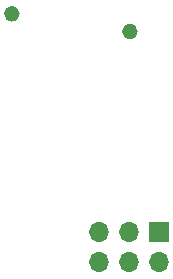
<source format=gbr>
G04 #@! TF.GenerationSoftware,KiCad,Pcbnew,8.0.7*
G04 #@! TF.CreationDate,2025-01-23T10:02:08+01:00*
G04 #@! TF.ProjectId,hackaday-eu-2025-sao-doge,6861636b-6164-4617-992d-65752d323032,rev?*
G04 #@! TF.SameCoordinates,Original*
G04 #@! TF.FileFunction,Soldermask,Bot*
G04 #@! TF.FilePolarity,Negative*
%FSLAX46Y46*%
G04 Gerber Fmt 4.6, Leading zero omitted, Abs format (unit mm)*
G04 Created by KiCad (PCBNEW 8.0.7) date 2025-01-23 10:02:08*
%MOMM*%
%LPD*%
G01*
G04 APERTURE LIST*
%ADD10C,0.650000*%
%ADD11R,1.700000X1.700000*%
%ADD12O,1.700000X1.700000*%
G04 APERTURE END LIST*
D10*
X125325000Y-42500000D02*
G75*
G02*
X124675000Y-42500000I-325000J0D01*
G01*
X124675000Y-42500000D02*
G75*
G02*
X125325000Y-42500000I325000J0D01*
G01*
X135325000Y-44000000D02*
G75*
G02*
X134675000Y-44000000I-325000J0D01*
G01*
X134675000Y-44000000D02*
G75*
G02*
X135325000Y-44000000I325000J0D01*
G01*
D11*
X137500000Y-61000000D03*
D12*
X137500000Y-63540000D03*
X134960000Y-61000000D03*
X134960000Y-63540000D03*
X132420000Y-61000000D03*
X132420000Y-63540000D03*
M02*

</source>
